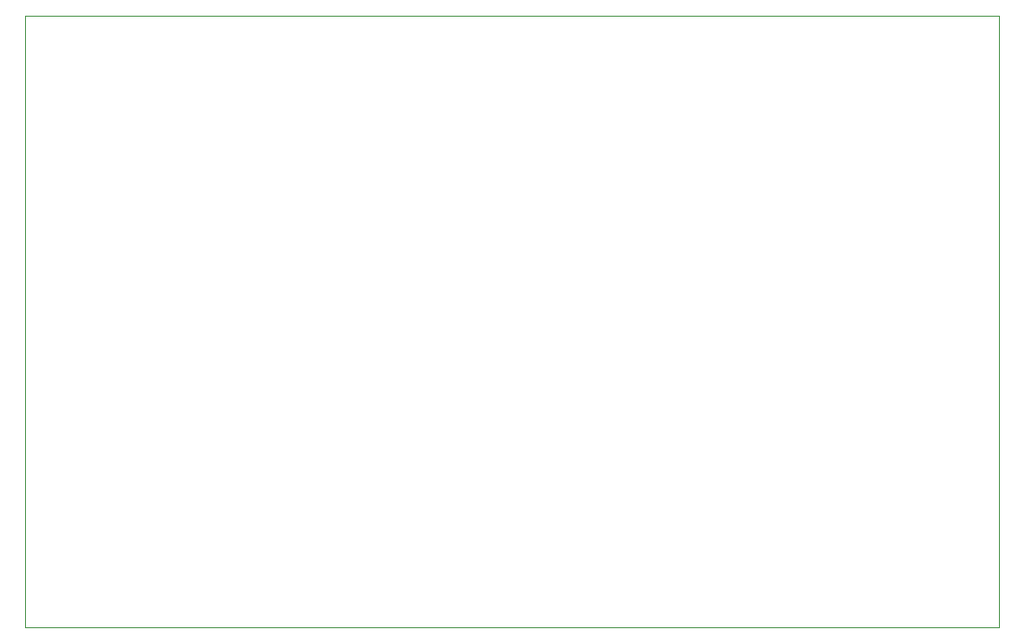
<source format=gbr>
%TF.GenerationSoftware,KiCad,Pcbnew,7.0.8*%
%TF.CreationDate,2023-10-17T13:28:15-07:00*%
%TF.ProjectId,Lab2Main,4c616232-4d61-4696-9e2e-6b696361645f,rev?*%
%TF.SameCoordinates,Original*%
%TF.FileFunction,Profile,NP*%
%FSLAX46Y46*%
G04 Gerber Fmt 4.6, Leading zero omitted, Abs format (unit mm)*
G04 Created by KiCad (PCBNEW 7.0.8) date 2023-10-17 13:28:15*
%MOMM*%
%LPD*%
G01*
G04 APERTURE LIST*
%TA.AperFunction,Profile*%
%ADD10C,0.100000*%
%TD*%
G04 APERTURE END LIST*
D10*
X116840000Y-71120000D02*
X205740000Y-71120000D01*
X205740000Y-127000000D01*
X116840000Y-127000000D01*
X116840000Y-71120000D01*
M02*

</source>
